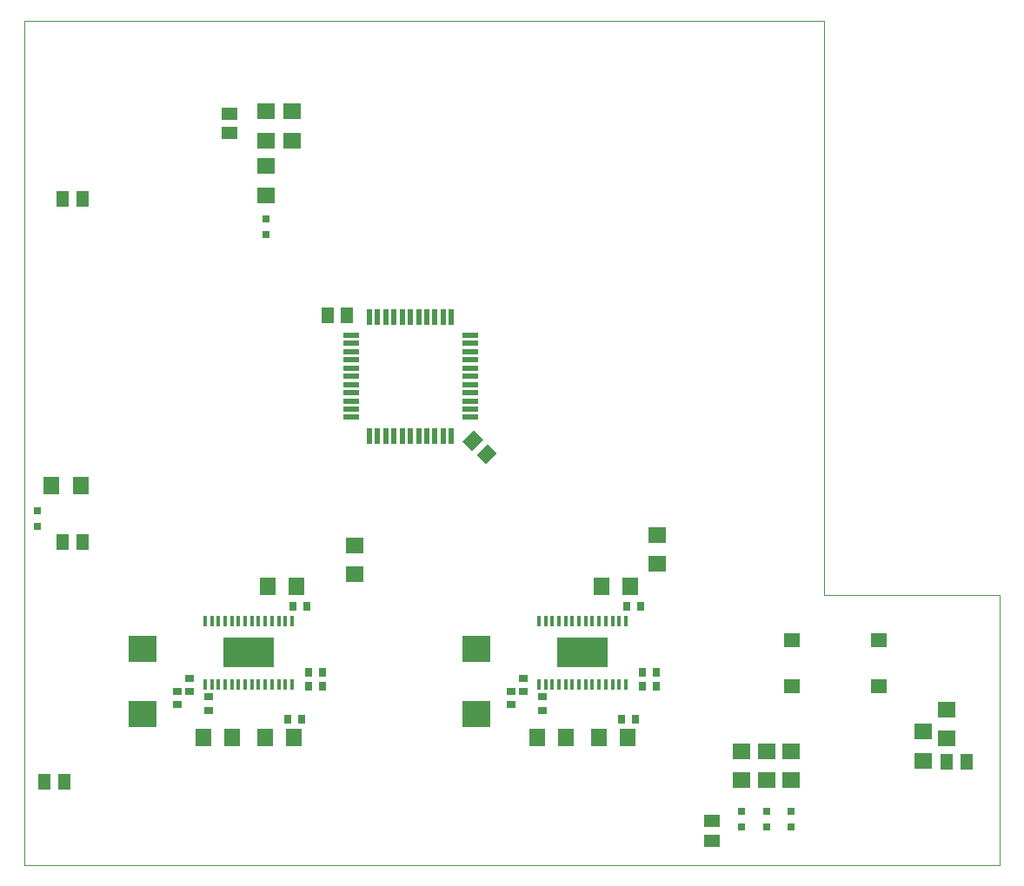
<source format=gtp>
G75*
%MOIN*%
%OFA0B0*%
%FSLAX25Y25*%
%IPPOS*%
%LPD*%
%AMOC8*
5,1,8,0,0,1.08239X$1,22.5*
%
%ADD10C,0.00000*%
%ADD11R,0.01378X0.03937*%
%ADD12R,0.19685X0.11811*%
%ADD13R,0.06299X0.07098*%
%ADD14R,0.03543X0.02756*%
%ADD15R,0.02756X0.03543*%
%ADD16R,0.10630X0.10039*%
%ADD17R,0.01969X0.05906*%
%ADD18R,0.05906X0.01969*%
%ADD19R,0.05118X0.05906*%
%ADD20R,0.03150X0.03150*%
%ADD21R,0.07098X0.06299*%
%ADD22R,0.05906X0.05118*%
%ADD23R,0.06300X0.05512*%
D10*
X0034500Y0035000D02*
X0034500Y0359000D01*
X0341000Y0359000D01*
X0341000Y0138500D01*
X0408516Y0138500D01*
X0408516Y0035000D01*
X0034500Y0035000D01*
D11*
X0103839Y0104270D03*
X0106398Y0104270D03*
X0108957Y0104270D03*
X0111516Y0104270D03*
X0114075Y0104270D03*
X0116634Y0104270D03*
X0119193Y0104270D03*
X0121752Y0104270D03*
X0124311Y0104270D03*
X0126870Y0104270D03*
X0129429Y0104270D03*
X0131988Y0104270D03*
X0134547Y0104270D03*
X0137106Y0104270D03*
X0137106Y0128581D03*
X0134547Y0128581D03*
X0131988Y0128581D03*
X0129429Y0128581D03*
X0126870Y0128581D03*
X0124311Y0128581D03*
X0121752Y0128581D03*
X0119193Y0128581D03*
X0116634Y0128581D03*
X0114075Y0128581D03*
X0111516Y0128581D03*
X0108957Y0128581D03*
X0106398Y0128581D03*
X0103839Y0128581D03*
X0231839Y0128581D03*
X0234398Y0128581D03*
X0236957Y0128581D03*
X0239516Y0128581D03*
X0242075Y0128581D03*
X0244634Y0128581D03*
X0247193Y0128581D03*
X0249752Y0128581D03*
X0252311Y0128581D03*
X0254870Y0128581D03*
X0257429Y0128581D03*
X0259988Y0128581D03*
X0262547Y0128581D03*
X0265106Y0128581D03*
X0265106Y0104270D03*
X0262547Y0104270D03*
X0259988Y0104270D03*
X0257429Y0104270D03*
X0254870Y0104270D03*
X0252311Y0104270D03*
X0249752Y0104270D03*
X0247193Y0104270D03*
X0244634Y0104270D03*
X0242075Y0104270D03*
X0239516Y0104270D03*
X0236957Y0104270D03*
X0234398Y0104270D03*
X0231839Y0104270D03*
D12*
X0248472Y0116425D03*
X0120472Y0116425D03*
D13*
X0127669Y0142016D03*
X0138866Y0142016D03*
X0137866Y0083945D03*
X0126669Y0083945D03*
X0114228Y0083945D03*
X0103031Y0083945D03*
X0056098Y0180500D03*
X0044902Y0180500D03*
X0231031Y0083945D03*
X0242228Y0083945D03*
X0254669Y0083945D03*
X0265866Y0083945D03*
X0266866Y0142016D03*
X0255669Y0142016D03*
D14*
X0225866Y0106610D03*
X0225866Y0101492D03*
X0221008Y0101720D03*
X0221008Y0096602D03*
X0233209Y0094295D03*
X0233209Y0099413D03*
X0105209Y0099413D03*
X0105209Y0094295D03*
X0097866Y0101492D03*
X0093008Y0101720D03*
X0093008Y0096602D03*
X0097866Y0106610D03*
D15*
X0135583Y0090835D03*
X0140701Y0090835D03*
X0143535Y0103661D03*
X0143535Y0108740D03*
X0148654Y0108740D03*
X0148654Y0103661D03*
X0142701Y0134142D03*
X0137583Y0134142D03*
X0265583Y0134142D03*
X0270701Y0134142D03*
X0271535Y0108740D03*
X0271535Y0103661D03*
X0276654Y0103661D03*
X0276654Y0108740D03*
X0268701Y0090835D03*
X0263583Y0090835D03*
D16*
X0207744Y0093024D03*
X0207744Y0117984D03*
X0079744Y0117984D03*
X0079744Y0093024D03*
D17*
X0166752Y0199665D03*
X0169902Y0199665D03*
X0173051Y0199665D03*
X0176201Y0199665D03*
X0179350Y0199665D03*
X0182500Y0199665D03*
X0185650Y0199665D03*
X0188799Y0199665D03*
X0191949Y0199665D03*
X0195098Y0199665D03*
X0198248Y0199665D03*
X0198248Y0245335D03*
X0195098Y0245335D03*
X0191949Y0245335D03*
X0188799Y0245335D03*
X0185650Y0245335D03*
X0182500Y0245335D03*
X0179350Y0245335D03*
X0176201Y0245335D03*
X0173051Y0245335D03*
X0169902Y0245335D03*
X0166752Y0245335D03*
D18*
X0159665Y0238248D03*
X0159665Y0235098D03*
X0159665Y0231949D03*
X0159665Y0228799D03*
X0159665Y0225650D03*
X0159665Y0222500D03*
X0159665Y0219350D03*
X0159665Y0216201D03*
X0159665Y0213051D03*
X0159665Y0209902D03*
X0159665Y0206752D03*
X0205335Y0206752D03*
X0205335Y0209902D03*
X0205335Y0213051D03*
X0205335Y0216201D03*
X0205335Y0219350D03*
X0205335Y0222500D03*
X0205335Y0225650D03*
X0205335Y0228799D03*
X0205335Y0231949D03*
X0205335Y0235098D03*
X0205335Y0238248D03*
D19*
G36*
X0206249Y0194041D02*
X0202630Y0197660D01*
X0206805Y0201835D01*
X0210424Y0198216D01*
X0206249Y0194041D01*
G37*
G36*
X0211538Y0188751D02*
X0207919Y0192370D01*
X0212094Y0196545D01*
X0215713Y0192926D01*
X0211538Y0188751D01*
G37*
X0158240Y0246000D03*
X0150760Y0246000D03*
X0056740Y0290500D03*
X0049260Y0290500D03*
X0049260Y0159000D03*
X0056740Y0159000D03*
X0049740Y0067000D03*
X0042260Y0067000D03*
X0388260Y0074500D03*
X0395740Y0074500D03*
D20*
X0328500Y0055453D03*
X0328500Y0049547D03*
X0319000Y0049547D03*
X0319000Y0055453D03*
X0309500Y0055453D03*
X0309500Y0049547D03*
X0127000Y0277047D03*
X0127000Y0282953D03*
X0039500Y0170953D03*
X0039500Y0165047D03*
D21*
X0161000Y0157598D03*
X0161000Y0146402D03*
X0277000Y0150402D03*
X0277000Y0161598D03*
X0309500Y0078598D03*
X0319000Y0078598D03*
X0328500Y0078598D03*
X0328500Y0067402D03*
X0319000Y0067402D03*
X0309500Y0067402D03*
X0379000Y0074902D03*
X0388000Y0083402D03*
X0379000Y0086098D03*
X0388000Y0094598D03*
X0137000Y0312902D03*
X0127000Y0312902D03*
X0127000Y0303098D03*
X0127000Y0291902D03*
X0127000Y0324098D03*
X0137000Y0324098D03*
D22*
X0113000Y0323240D03*
X0113000Y0315760D03*
X0298000Y0051740D03*
X0298000Y0044260D03*
D23*
X0328965Y0103642D03*
X0328965Y0121358D03*
X0362035Y0121358D03*
X0362035Y0103642D03*
M02*

</source>
